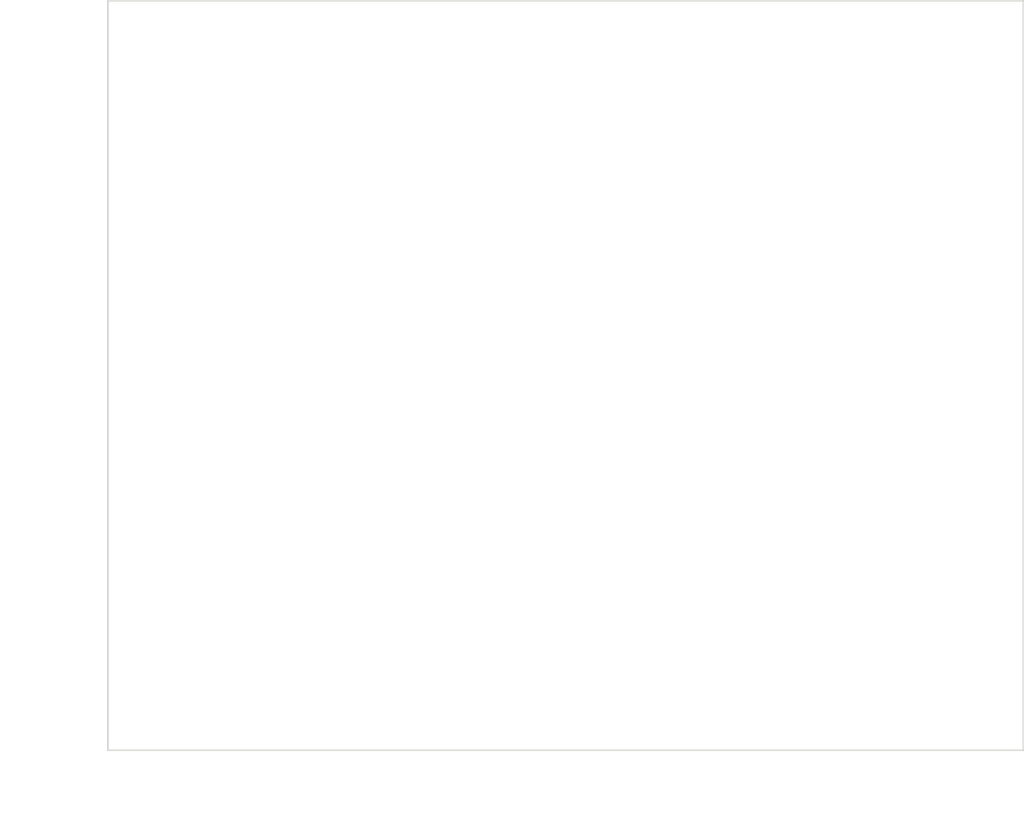
<source format=kicad_pcb>
(kicad_pcb (version 20221018) (generator pcbnew)

  (general
    (thickness 1.6)
  )

  (paper "A4")
  (layers
    (0 "F.Cu" signal)
    (31 "B.Cu" signal)
    (32 "B.Adhes" user "B.Adhesive")
    (33 "F.Adhes" user "F.Adhesive")
    (34 "B.Paste" user)
    (35 "F.Paste" user)
    (36 "B.SilkS" user "B.Silkscreen")
    (37 "F.SilkS" user "F.Silkscreen")
    (38 "B.Mask" user)
    (39 "F.Mask" user)
    (40 "Dwgs.User" user "User.Drawings")
    (41 "Cmts.User" user "User.Comments")
    (42 "Eco1.User" user "User.Eco1")
    (43 "Eco2.User" user "User.Eco2")
    (44 "Edge.Cuts" user)
    (45 "Margin" user)
    (46 "B.CrtYd" user "B.Courtyard")
    (47 "F.CrtYd" user "F.Courtyard")
    (48 "B.Fab" user)
    (49 "F.Fab" user)
  )

  (setup
    (pad_to_mask_clearance 0.051)
    (solder_mask_min_width 0.25)
    (pcbplotparams
      (layerselection 0x00010fc_ffffffff)
      (plot_on_all_layers_selection 0x0000000_00000000)
      (disableapertmacros false)
      (usegerberextensions false)
      (usegerberattributes false)
      (usegerberadvancedattributes false)
      (creategerberjobfile false)
      (dashed_line_dash_ratio 12.000000)
      (dashed_line_gap_ratio 3.000000)
      (svgprecision 4)
      (plotframeref false)
      (viasonmask false)
      (mode 1)
      (useauxorigin false)
      (hpglpennumber 1)
      (hpglpenspeed 20)
      (hpglpendiameter 15.000000)
      (dxfpolygonmode true)
      (dxfimperialunits true)
      (dxfusepcbnewfont true)
      (psnegative false)
      (psa4output false)
      (plotreference true)
      (plotvalue true)
      (plotinvisibletext false)
      (sketchpadsonfab false)
      (subtractmaskfromsilk false)
      (outputformat 1)
      (mirror false)
      (drillshape 1)
      (scaleselection 1)
      (outputdirectory "")
    )
  )

  (net 0 "")

  (gr_line (start 87.733052 135.490693) (end 75.558052 135.490693)
    (stroke (width 0.2) (type solid)) (layer "Dwgs.User") (tstamp 07ac9060-2790-4088-af51-417fac99c326))
  (gr_line (start 78.733052 39.990693) (end 78.733052 61.933258)
    (stroke (width 0.2) (type solid)) (layer "Dwgs.User") (tstamp 21be4ed7-da54-437b-a87e-dcb975b4e04e))
  (gr_line (start 87.733052 37.990693) (end 75.558052 37.990693)
    (stroke (width 0.2) (type solid)) (layer "Dwgs.User") (tstamp 2629ff26-f2b7-41d9-8bce-95802f0ac857))
  (gr_line (start 88.733052 136.490693) (end 88.733052 145.518409)
    (stroke (width 0.2) (type solid)) (layer "Dwgs.User") (tstamp 580a0296-8882-4712-836f-b05dee0c387e))
  (gr_line (start 90.733052 142.343409) (end 145.871949 142.343409)
    (stroke (width 0.2) (type solid)) (layer "Dwgs.User") (tstamp 88ef7110-12fa-40c8-a54c-1f07090ddf70))
  (gr_line (start 78.733052 133.490693) (end 78.733052 69.048128)
    (stroke (width 0.2) (type solid)) (layer "Dwgs.User") (tstamp 925b3b04-1de7-4f82-a198-d802e2023ba5))
  (gr_line (start 205.733052 142.343409) (end 155.281976 142.343409)
    (stroke (width 0.2) (type solid)) (layer "Dwgs.User") (tstamp 987157af-4b2f-4ea5-b0da-c8c89e50a158))
  (gr_line (start 207.733052 136.490693) (end 207.733052 145.518409)
    (stroke (width 0.2) (type solid)) (layer "Dwgs.User") (tstamp 987bd0aa-3a82-41f7-ab8c-e1909ed4c5b6))
  (gr_line (start 88.733052 135.490693) (end 207.733052 135.490693)
    (stroke (width 0.2) (type solid)) (layer "Edge.Cuts") (tstamp a3831b1d-6a0c-4829-a7be-aa4c3178bb3f))
  (gr_line (start 207.733052 135.490693) (end 207.733052 37.990693)
    (stroke (width 0.2) (type solid)) (layer "Edge.Cuts") (tstamp af6a9da6-2bcf-49c2-911c-243cdfbc6fb8))
  (gr_line (start 207.733052 37.990693) (end 88.733052 37.990693)
    (stroke (width 0.2) (type solid)) (layer "Edge.Cuts") (tstamp b0026d5d-171a-417d-9cb5-6180fa16951d))
  (gr_line (start 88.733052 37.990693) (end 88.733052 135.490693)
    (stroke (width 0.2) (type solid)) (layer "Edge.Cuts") (tstamp fde3cacf-76d9-4db3-b61f-52411b4e3009))
  (gr_text "[4.69]" (at 150.576962 144.23287) (layer "Dwgs.User") (tstamp 399e4833-b862-4877-92f3-6474e0345e5f)
    (effects (font (size 1.7 1.53) (thickness 0.2125)))
  )
  (gr_text "[3.84]" (at 78.733052 67.380154) (layer "Dwgs.User") (tstamp 7e22843e-9c1e-45a6-97d7-689e185530a9)
    (effects (font (size 1.7 1.53) (thickness 0.2125)))
  )
  (gr_text " 119.00" (at 150.576962 140.675435) (layer "Dwgs.User") (tstamp f8638d4f-6d7c-445f-addb-0e13beff4a92)
    (effects (font (size 1.7 1.53) (thickness 0.2125)))
  )
  (gr_text " 97.50" (at 78.733052 63.822719) (layer "Dwgs.User") (tstamp facfbade-55ef-4db7-b5fc-a8c5739f5a10)
    (effects (font (size 1.7 1.53) (thickness 0.2125)))
  )

)

</source>
